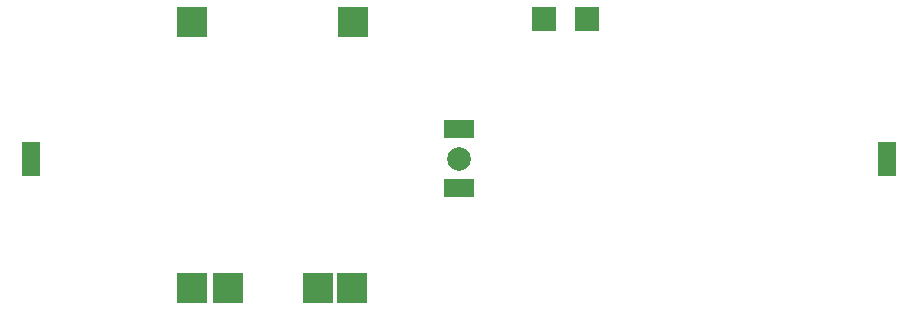
<source format=gbr>
%TF.GenerationSoftware,KiCad,Pcbnew,(6.0.6-0)*%
%TF.CreationDate,2022-09-18T15:49:11+02:00*%
%TF.ProjectId,magnetic-18350-holder-charger,6d61676e-6574-4696-932d-31383335302d,rev?*%
%TF.SameCoordinates,Original*%
%TF.FileFunction,Soldermask,Bot*%
%TF.FilePolarity,Negative*%
%FSLAX46Y46*%
G04 Gerber Fmt 4.6, Leading zero omitted, Abs format (unit mm)*
G04 Created by KiCad (PCBNEW (6.0.6-0)) date 2022-09-18 15:49:11*
%MOMM*%
%LPD*%
G01*
G04 APERTURE LIST*
%ADD10R,2.000000X2.000000*%
%ADD11R,1.500000X3.000000*%
%ADD12R,2.500000X2.500000*%
%ADD13C,2.000000*%
%ADD14R,2.500000X1.500000*%
G04 APERTURE END LIST*
D10*
%TO.C,REF\u002A\u002A*%
X149950000Y-78690000D03*
%TD*%
%TO.C,REF\u002A\u002A*%
X146280000Y-78680000D03*
%TD*%
D11*
%TO.C,U3*%
X102814644Y-90521091D03*
X175314644Y-90521091D03*
%TD*%
D12*
%TO.C,U1*%
X116500000Y-78950000D03*
X130100000Y-78950000D03*
X116500000Y-101450000D03*
X130050000Y-101450000D03*
X119500000Y-101450000D03*
X127100000Y-101450000D03*
%TD*%
D13*
%TO.C,U2*%
X139050000Y-90500000D03*
D14*
X139050000Y-88000000D03*
X139050000Y-93000000D03*
%TD*%
M02*

</source>
